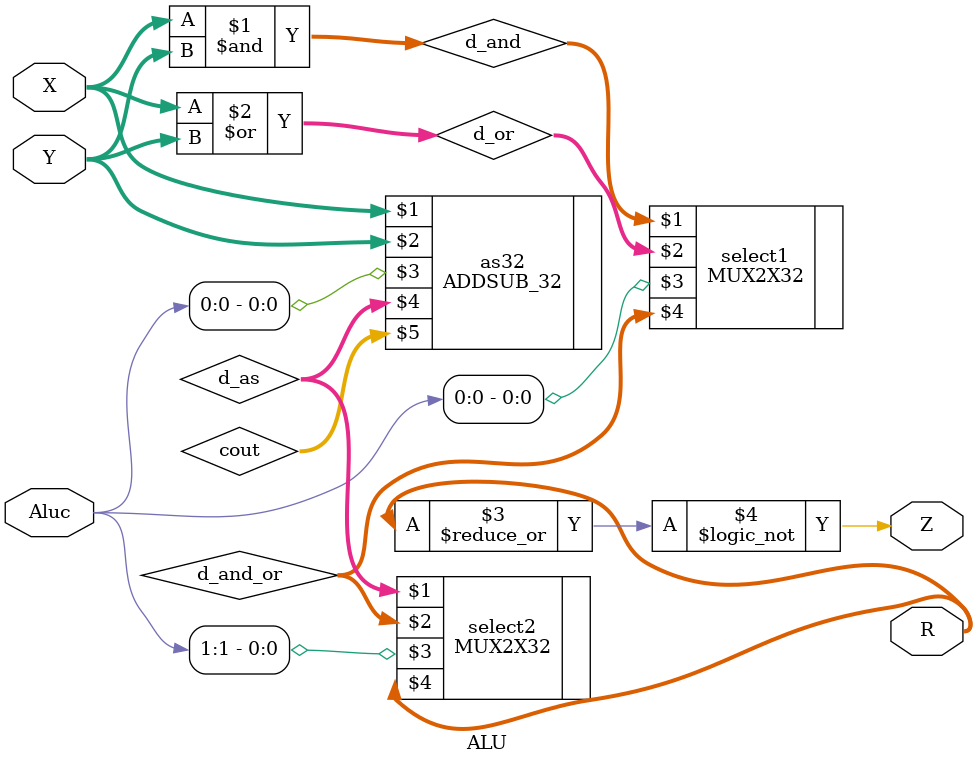
<source format=v>
`timescale 1ns / 1ps


module ALU(X,Y,Aluc,R,Z);
input [31:0]X,Y;
input [1:0]Aluc;
output [31:0]R;
output Z;
wire [31:0]d_as,d_and,d_or,d_and_or,cout;
ADDSUB_32 as32(X,Y,Aluc[0],d_as,cout);
assign d_and=X&Y;
assign d_or=X|Y;
MUX2X32 select1(d_and,d_or,Aluc[0],d_and_or);
MUX2X32 select2(d_as,d_and_or,Aluc[1],R);
assign Z=~|R;
endmodule

</source>
